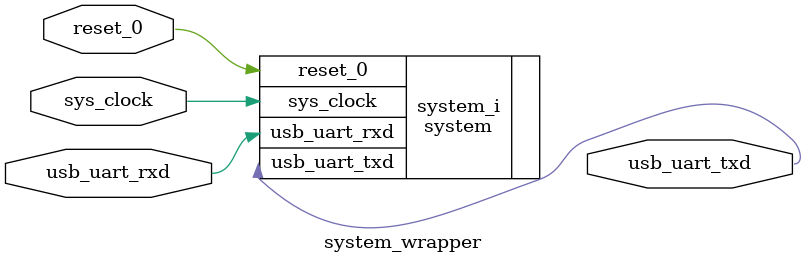
<source format=v>
`timescale 1 ps / 1 ps

module system_wrapper
   (reset_0,
    sys_clock,
    usb_uart_rxd,
    usb_uart_txd);
  input reset_0;
  input sys_clock;
  input usb_uart_rxd;
  output usb_uart_txd;

  wire reset_0;
  wire sys_clock;
  wire usb_uart_rxd;
  wire usb_uart_txd;

  system system_i
       (.reset_0(reset_0),
        .sys_clock(sys_clock),
        .usb_uart_rxd(usb_uart_rxd),
        .usb_uart_txd(usb_uart_txd));
endmodule

</source>
